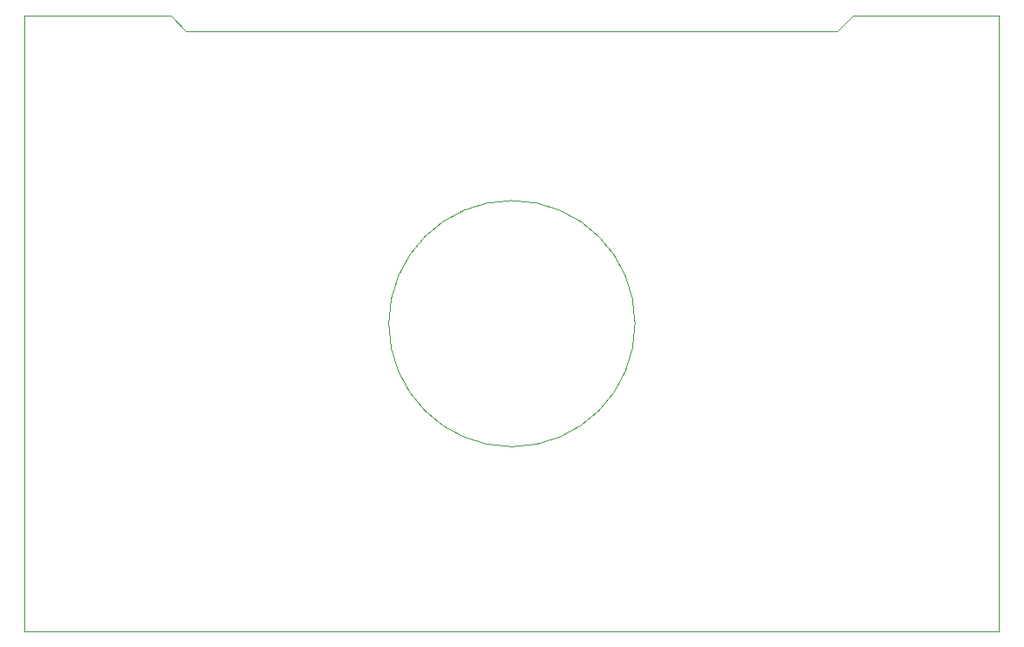
<source format=gbr>
G04 #@! TF.GenerationSoftware,KiCad,Pcbnew,(5.1.0)-1*
G04 #@! TF.CreationDate,2019-04-30T23:12:19+02:00*
G04 #@! TF.ProjectId,ArcJoy,4172634a-6f79-42e6-9b69-6361645f7063,1*
G04 #@! TF.SameCoordinates,Original*
G04 #@! TF.FileFunction,Profile,NP*
%FSLAX46Y46*%
G04 Gerber Fmt 4.6, Leading zero omitted, Abs format (unit mm)*
G04 Created by KiCad (PCBNEW (5.1.0)-1) date 2019-04-30 23:12:19*
%MOMM*%
%LPD*%
G04 APERTURE LIST*
%ADD10C,0.050000*%
G04 APERTURE END LIST*
D10*
X94250000Y-50000000D02*
X95750000Y-51500000D01*
X159250000Y-51500000D02*
X139000000Y-51500000D01*
X160750000Y-50000000D02*
X159250000Y-51500000D01*
X175000000Y-50000000D02*
X160750000Y-50000000D01*
X136750000Y-51500000D02*
X139000000Y-51500000D01*
X118250000Y-51500000D02*
X136750000Y-51500000D01*
X95750000Y-51500000D02*
X118250000Y-51500000D01*
X139500000Y-80000000D02*
G75*
G03X139500000Y-80000000I-12000000J0D01*
G01*
X80000000Y-110000000D02*
X80000000Y-50000000D01*
X175000000Y-110000000D02*
X80000000Y-110000000D01*
X175000000Y-50000000D02*
X175000000Y-110000000D01*
X80000000Y-50000000D02*
X94250000Y-50000000D01*
M02*

</source>
